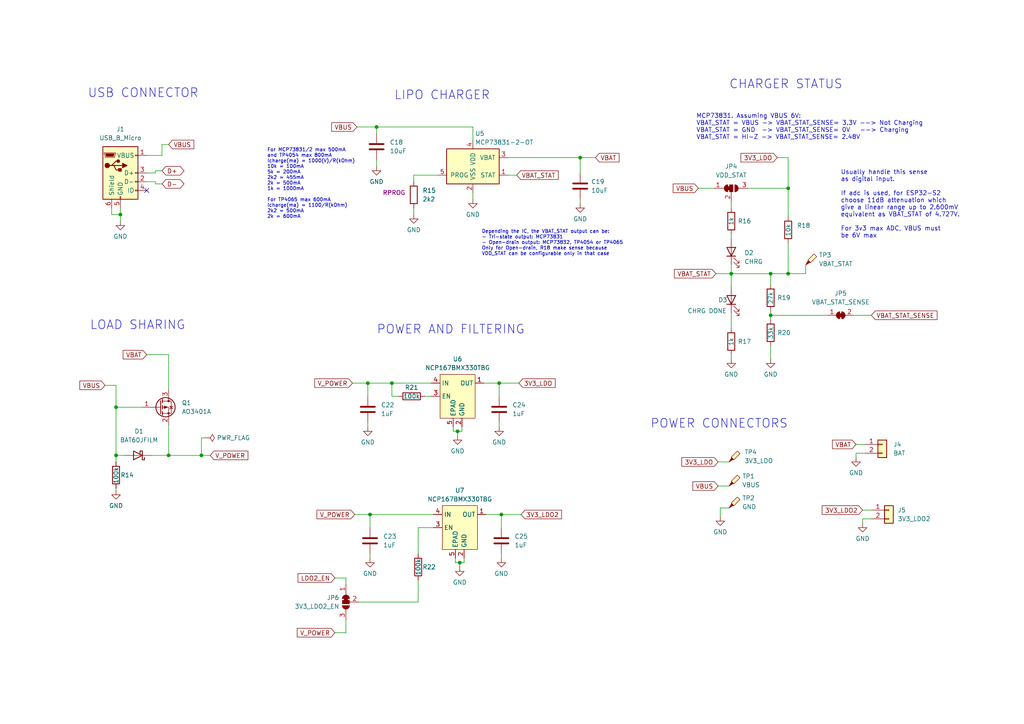
<source format=kicad_sch>
(kicad_sch (version 20211123) (generator eeschema)
  (paper "A4")
  (title_block (title "IoT-PostBox") (date "28.05.2022") (rev "v1.1") (comment 1 "https://github.com/paclema/iot-postbox") (comment 2 "IoT-PostBox board based on ESP32-S2"))
  (lib_symbols
    (symbol "Battery_Management:MCP73831-2-OT" (pin_names (offset 1.016))
      (property "Reference" "U" (at -7.62 6.35 0))
      (property "Value" "MCP73831-2-OT" (at 1.27 6.35 0))
      (symbol "MCP73831-2-OT_0_1"
        (rectangle (start -7.62 5.08) (end 7.62 -5.08) (stroke (width 0.254)) (fill (type background)))
      )
      (symbol "MCP73831-2-OT_1_1"
        (pin output line (at 10.16 -2.54 180) (length 2.54) (name "STAT") (number "1"))
        (pin power_in line (at 0 -7.62 90) (length 2.54) (name "VSS") (number "2"))
        (pin power_out line (at 10.16 2.54 180) (length 2.54) (name "VBAT") (number "3"))
        (pin power_in line (at 0 7.62 270) (length 2.54) (name "VDD") (number "4"))
        (pin input line (at -10.16 -2.54 0) (length 2.54) (name "PROG") (number "5"))
      )
    )
    (symbol "Connector:TestPoint_Probe" (pin_numbers hide) (pin_names (offset 0.762) hide)
      (property "Reference" "TP" (at 1.651 5.842 0))
      (property "Value" "TestPoint_Probe" (at 1.651 4.064 0))
      (symbol "TestPoint_Probe_0_1"
        (polyline (pts (xy 1.27 0.762) (xy 0 0) (xy 0.762 1.27) (xy 1.27 0.762)) (fill (type outline)))
        (polyline (pts (xy 1.397 0.635) (xy 0.635 1.397) (xy 2.413 3.175) (xy 3.175 2.413) (xy 1.397 0.635)) (fill (type background)))
      )
      (symbol "TestPoint_Probe_1_1"
        (pin passive line (at 0 0 90) (length 0) (name "1") (number "1"))
      )
    )
    (symbol "Connector:USB_B_Micro" (pin_names (offset 1.016))
      (property "Reference" "J" (at -5.08 11.43 0))
      (property "Value" "USB_B_Micro" (at -5.08 8.89 0))
      (symbol "USB_B_Micro_0_1"
        (rectangle (start -5.08 -7.62) (end 5.08 7.62) (stroke (width 0.254)) (fill (type background)))
        (circle (center -3.81 2.159) (radius 0.635) (stroke (width 0.254)) (fill (type outline)))
        (circle (center -0.635 3.429) (radius 0.381) (stroke (width 0.254)) (fill (type outline)))
        (rectangle (start -0.127 -7.62) (end 0.127 -6.858))
        (polyline (pts (xy -1.905 2.159) (xy 0.635 2.159)) (stroke (width 0.254)))
        (polyline (pts (xy -3.175 2.159) (xy -2.54 2.159) (xy -1.27 3.429) (xy -0.635 3.429)) (stroke (width 0.254)))
        (polyline (pts (xy -2.54 2.159) (xy -1.905 2.159) (xy -1.27 0.889) (xy 0 0.889)) (stroke (width 0.254)))
        (polyline (pts (xy 0.635 2.794) (xy 0.635 1.524) (xy 1.905 2.159) (xy 0.635 2.794)) (stroke (width 0.254)) (fill (type outline)))
        (polyline (pts (xy -4.318 5.588) (xy -1.778 5.588) (xy -2.032 4.826) (xy -4.064 4.826) (xy -4.318 5.588)) (fill (type outline)))
        (polyline (pts (xy -4.699 5.842) (xy -4.699 5.588) (xy -4.445 4.826) (xy -4.445 4.572) (xy -1.651 4.572) (xy -1.651 4.826) (xy -1.397 5.588) (xy -1.397 5.842) (xy -4.699 5.842)))
        (rectangle (start 0.254 1.27) (end -0.508 0.508) (stroke (width 0.254)) (fill (type outline)))
        (rectangle (start 5.08 -5.207) (end 4.318 -4.953))
        (rectangle (start 5.08 -2.667) (end 4.318 -2.413))
        (rectangle (start 5.08 -0.127) (end 4.318 0.127))
        (rectangle (start 5.08 4.953) (end 4.318 5.207))
      )
      (symbol "USB_B_Micro_1_1"
        (pin power_out line (at 7.62 5.08 180) (length 2.54) (name "VBUS") (number "1"))
        (pin bidirectional line (at 7.62 -2.54 180) (length 2.54) (name "D-") (number "2"))
        (pin bidirectional line (at 7.62 0 180) (length 2.54) (name "D+") (number "3"))
        (pin passive line (at 7.62 -5.08 180) (length 2.54) (name "ID") (number "4"))
        (pin power_out line (at 0 -10.16 90) (length 2.54) (name "GND") (number "5"))
        (pin passive line (at -2.54 -10.16 90) (length 2.54) (name "Shield") (number "6"))
      )
    )
    (symbol "Connector_Generic:Conn_01x02" (pin_names (offset 1.016) hide)
      (property "Reference" "J" (at 0 2.54 0))
      (property "Value" "Conn_01x02" (at 0 -5.08 0))
      (symbol "Conn_01x02_1_1"
        (rectangle (start -1.27 -2.413) (end 0 -2.667) (stroke (width 0.1524)))
        (rectangle (start -1.27 0.127) (end 0 -0.127) (stroke (width 0.1524)))
        (rectangle (start -1.27 1.27) (end 1.27 -3.81) (stroke (width 0.254)) (fill (type background)))
        (pin passive line (at -5.08 0 0) (length 3.81) (name "Pin_1") (number "1"))
        (pin passive line (at -5.08 -2.54 0) (length 3.81) (name "Pin_2") (number "2"))
      )
    )
    (symbol "Device:C" (pin_numbers hide) (pin_names (offset 0.254))
      (property "Reference" "C" (at 0.635 2.54 0))
      (property "Value" "C" (at 0.635 -2.54 0))
      (symbol "C_0_1"
        (polyline (pts (xy -2.032 -0.762) (xy 2.032 -0.762)) (stroke (width 0.508)))
        (polyline (pts (xy -2.032 0.762) (xy 2.032 0.762)) (stroke (width 0.508)))
      )
      (symbol "C_1_1"
        (pin passive line (at 0 3.81 270) (length 2.794) (name "~") (number "1"))
        (pin passive line (at 0 -3.81 90) (length 2.794) (name "~") (number "2"))
      )
    )
    (symbol "Device:LED" (pin_numbers hide) (pin_names (offset 1.016) hide)
      (property "Reference" "D" (at 0 2.54 0))
      (property "Value" "LED" (at 0 -2.54 0))
      (symbol "LED_0_1"
        (polyline (pts (xy -1.27 -1.27) (xy -1.27 1.27)) (stroke (width 0.254)))
        (polyline (pts (xy -1.27 0) (xy 1.27 0)))
        (polyline (pts (xy 1.27 -1.27) (xy 1.27 1.27) (xy -1.27 0) (xy 1.27 -1.27)) (stroke (width 0.254)))
        (polyline (pts (xy -3.048 -0.762) (xy -4.572 -2.286) (xy -3.81 -2.286) (xy -4.572 -2.286) (xy -4.572 -1.524)))
        (polyline (pts (xy -1.778 -0.762) (xy -3.302 -2.286) (xy -2.54 -2.286) (xy -3.302 -2.286) (xy -3.302 -1.524)))
      )
      (symbol "LED_1_1"
        (pin passive line (at -3.81 0 0) (length 2.54) (name "K") (number "1"))
        (pin passive line (at 3.81 0 180) (length 2.54) (name "A") (number "2"))
      )
    )
    (symbol "Device:R" (pin_numbers hide) (pin_names (offset 0))
      (property "Reference" "R" (at 2.032 0 90))
      (property "Value" "R" (at 0 0 90))
      (symbol "R_0_1"
        (rectangle (start -1.016 -2.54) (end 1.016 2.54) (stroke (width 0.254)))
      )
      (symbol "R_1_1"
        (pin passive line (at 0 3.81 270) (length 1.27) (name "~") (number "1"))
        (pin passive line (at 0 -3.81 90) (length 1.27) (name "~") (number "2"))
      )
    )
    (symbol "Diode:BAT60A" (pin_numbers hide) (pin_names (offset 1.016) hide)
      (property "Reference" "D" (at 0 2.54 0))
      (property "Value" "BAT60A" (at 0 -2.54 0))
      (symbol "BAT60A_0_1"
        (polyline (pts (xy 1.27 0) (xy -1.27 0)))
        (polyline (pts (xy 1.27 1.27) (xy 1.27 -1.27) (xy -1.27 0) (xy 1.27 1.27)) (stroke (width 0.254)))
        (polyline (pts (xy -1.905 0.635) (xy -1.905 1.27) (xy -1.27 1.27) (xy -1.27 -1.27) (xy -0.635 -1.27) (xy -0.635 -0.635)) (stroke (width 0.254)))
      )
      (symbol "BAT60A_1_1"
        (pin passive line (at -3.81 0 0) (length 2.54) (name "K") (number "1"))
        (pin passive line (at 3.81 0 180) (length 2.54) (name "A") (number "2"))
      )
    )
    (symbol "Jumper:SolderJumper_2_Bridged" (pin_names (offset 0) hide)
      (property "Reference" "JP" (at 0 2.032 0))
      (property "Value" "SolderJumper_2_Bridged" (at 0 -2.54 0))
      (symbol "SolderJumper_2_Bridged_0_1"
        (rectangle (start -0.508 0.508) (end 0.508 -0.508) (fill (type outline)))
        (arc (start -0.254 1.016) (mid -1.27 0) (end -0.254 -1.016))
        (arc (start -0.254 1.016) (mid -1.27 0) (end -0.254 -1.016) (fill (type outline)))
        (polyline (pts (xy -0.254 1.016) (xy -0.254 -1.016)))
        (polyline (pts (xy 0.254 1.016) (xy 0.254 -1.016)))
        (arc (start 0.254 -1.016) (mid 1.27 0) (end 0.254 1.016))
        (arc (start 0.254 -1.016) (mid 1.27 0) (end 0.254 1.016) (fill (type outline)))
      )
      (symbol "SolderJumper_2_Bridged_1_1"
        (pin passive line (at -3.81 0 0) (length 2.54) (name "A") (number "1"))
        (pin passive line (at 3.81 0 180) (length 2.54) (name "B") (number "2"))
      )
    )
    (symbol "Jumper:SolderJumper_3_Bridged12" (pin_names (offset 0) hide)
      (property "Reference" "JP" (at -2.54 -2.54 0))
      (property "Value" "SolderJumper_3_Bridged12" (at 0 2.794 0))
      (symbol "SolderJumper_3_Bridged12_0_1"
        (rectangle (start -1.016 0.508) (end -0.508 -0.508) (fill (type outline)))
        (arc (start -1.016 1.016) (mid -2.032 0) (end -1.016 -1.016))
        (arc (start -1.016 1.016) (mid -2.032 0) (end -1.016 -1.016) (fill (type outline)))
        (rectangle (start -0.508 1.016) (end 0.508 -1.016) (fill (type outline)))
        (polyline (pts (xy -2.54 0) (xy -2.032 0)))
        (polyline (pts (xy -1.016 1.016) (xy -1.016 -1.016)))
        (polyline (pts (xy 0 -1.27) (xy 0 -1.016)))
        (polyline (pts (xy 1.016 1.016) (xy 1.016 -1.016)))
        (polyline (pts (xy 2.54 0) (xy 2.032 0)))
        (arc (start 1.016 -1.016) (mid 2.032 0) (end 1.016 1.016))
        (arc (start 1.016 -1.016) (mid 2.032 0) (end 1.016 1.016) (fill (type outline)))
      )
      (symbol "SolderJumper_3_Bridged12_1_1"
        (pin passive line (at -5.08 0 0) (length 2.54) (name "A") (number "1"))
        (pin passive line (at 0 -3.81 90) (length 2.54) (name "C") (number "2"))
        (pin passive line (at 5.08 0 180) (length 2.54) (name "B") (number "3"))
      )
    )
    (symbol "NCP167BMX330TBG_1"
      (property "Reference" "U" (at 0 19.05 0))
      (property "Value" "NCP167BMX330TBG_1" (at 0 16.51 0))
      (symbol "NCP167BMX330TBG_1_0_1"
        (rectangle (start -7.62 16.51) (end -7.62 16.51))
        (rectangle (start -5.08 15.24) (end 5.08 2.54) (fill (type background)))
      )
      (symbol "NCP167BMX330TBG_1_1_1"
        (pin power_out line (at 7.62 12.7 180) (length 2.54) (name "OUT") (number "1"))
        (pin power_in line (at 1.27 0 90) (length 2.54) (name "GND") (number "2"))
        (pin input line (at -7.62 8.89 0) (length 2.54) (name "EN") (number "3"))
        (pin power_in line (at -7.62 12.7 0) (length 2.54) (name "IN") (number "4"))
        (pin passive line (at -1.27 0 90) (length 2.54) (name "EPAD") (number "5"))
      )
    )
    (symbol "Transistor_FET:AO3401A" (pin_names hide)
      (property "Reference" "Q" (at 5.08 1.905 0))
      (property "Value" "AO3401A" (at 5.08 0 0))
      (symbol "AO3401A_0_1"
        (polyline (pts (xy 0.254 0) (xy -2.54 0)))
        (polyline (pts (xy 0.254 1.905) (xy 0.254 -1.905)) (stroke (width 0.254)))
        (polyline (pts (xy 0.762 -1.27) (xy 0.762 -2.286)) (stroke (width 0.254)))
        (polyline (pts (xy 0.762 0.508) (xy 0.762 -0.508)) (stroke (width 0.254)))
        (polyline (pts (xy 0.762 2.286) (xy 0.762 1.27)) (stroke (width 0.254)))
        (polyline (pts (xy 2.54 2.54) (xy 2.54 1.778)))
        (polyline (pts (xy 2.54 -2.54) (xy 2.54 0) (xy 0.762 0)))
        (polyline (pts (xy 0.762 1.778) (xy 3.302 1.778) (xy 3.302 -1.778) (xy 0.762 -1.778)))
        (polyline (pts (xy 2.286 0) (xy 1.27 0.381) (xy 1.27 -0.381) (xy 2.286 0)) (fill (type outline)))
        (polyline (pts (xy 2.794 -0.508) (xy 2.921 -0.381) (xy 3.683 -0.381) (xy 3.81 -0.254)))
        (polyline (pts (xy 3.302 -0.381) (xy 2.921 0.254) (xy 3.683 0.254) (xy 3.302 -0.381)))
        (circle (center 1.651 0) (radius 2.794) (stroke (width 0.254)))
        (circle (center 2.54 -1.778) (radius 0.254) (fill (type outline)))
        (circle (center 2.54 1.778) (radius 0.254) (fill (type outline)))
      )
      (symbol "AO3401A_1_1"
        (pin input line (at -5.08 0 0) (length 2.54) (name "G") (number "1"))
        (pin passive line (at 2.54 -5.08 90) (length 2.54) (name "S") (number "2"))
        (pin passive line (at 2.54 5.08 270) (length 2.54) (name "D") (number "3"))
      )
    )
    (symbol "iot-postbox:NCP167BMX330TBG"
      (property "Reference" "U" (at 0 19.05 0))
      (property "Value" "NCP167BMX330TBG" (at 0 16.51 0))
      (symbol "NCP167BMX330TBG_0_1"
        (rectangle (start -7.62 16.51) (end -7.62 16.51))
        (rectangle (start -5.08 15.24) (end 5.08 2.54) (fill (type background)))
      )
      (symbol "NCP167BMX330TBG_1_1"
        (pin power_out line (at 7.62 12.7 180) (length 2.54) (name "OUT") (number "1"))
        (pin power_in line (at 1.27 0 90) (length 2.54) (name "GND") (number "2"))
        (pin input line (at -7.62 8.89 0) (length 2.54) (name "EN") (number "3"))
        (pin power_in line (at -7.62 12.7 0) (length 2.54) (name "IN") (number "4"))
        (pin passive line (at -1.27 0 90) (length 2.54) (name "EPAD") (number "5"))
      )
    )
    (symbol "power:GND" (power) (pin_names (offset 0))
      (property "Value" "GND" (at 0 -3.81 0))
      (symbol "GND_0_1"
        (polyline (pts (xy 0 0) (xy 0 -1.27) (xy 1.27 -1.27) (xy 0 -2.54) (xy -1.27 -1.27) (xy 0 -1.27)))
      )
      (symbol "GND_1_1"
        (pin power_in line (at 0 0 270) (length 0) hide (name "GND") (number "1"))
      )
    )
    (symbol "power:PWR_FLAG" (power) (pin_numbers hide) (pin_names (offset 0) hide)
      (property "Value" "PWR_FLAG" (at 0 3.81 0))
      (symbol "PWR_FLAG_0_0"
        (pin power_out line (at 0 0 90) (length 0) (name "pwr") (number "1"))
      )
      (symbol "PWR_FLAG_0_1"
        (polyline (pts (xy 0 0) (xy 0 1.27) (xy -1.016 1.905) (xy 0 2.54) (xy 1.016 1.905) (xy 0 1.27)))
      )
    )
  )
  (junction (at 144.78 111.125))
  (junction (at 228.6 54.61))
  (junction (at 109.22 36.83))
  (junction (at 168.275 45.72))
  (junction (at 212.09 79.375))
  (junction (at 145.415 149.225))
  (junction (at 33.655 118.11))
  (junction (at 107.315 149.225))
  (junction (at 106.68 111.125))
  (junction (at 132.715 125.095))
  (junction (at 33.655 132.08))
  (junction (at 113.665 111.125))
  (junction (at 223.52 79.375))
  (junction (at 48.895 132.08))
  (junction (at 223.52 91.44))
  (junction (at 58.42 132.08))
  (junction (at 34.925 62.23))
  (junction (at 228.6 79.375))
  (junction (at 133.35 163.195))
  (no_connect (at 42.545 55.245))
  (wire (pts (xy 42.545 52.705) (xy 45.085 52.705)))
  (wire (pts (xy 233.68 76.835) (xy 233.68 79.375)))
  (wire (pts (xy 225.425 45.72) (xy 228.6 45.72)))
  (wire (pts (xy 228.6 45.72) (xy 228.6 54.61)))
  (wire (pts (xy 144.78 111.125) (xy 150.495 111.125)))
  (wire (pts (xy 212.09 76.835) (xy 212.09 79.375)))
  (wire (pts (xy 113.665 114.935) (xy 113.665 111.125)))
  (wire (pts (xy 32.385 62.23) (xy 34.925 62.23)))
  (wire (pts (xy 100.33 183.515) (xy 97.155 183.515)))
  (wire (pts (xy 46.99 49.53) (xy 45.085 49.53)))
  (wire (pts (xy 58.42 127) (xy 58.42 132.08)))
  (wire (pts (xy 30.48 111.76) (xy 33.655 111.76)))
  (wire (pts (xy 134.62 161.925) (xy 134.62 163.195)))
  (wire (pts (xy 120.015 60.325) (xy 120.015 62.23)))
  (wire (pts (xy 59.69 127) (xy 58.42 127)))
  (wire (pts (xy 48.895 132.08) (xy 58.42 132.08)))
  (wire (pts (xy 121.285 153.035) (xy 121.285 160.655)))
  (wire (pts (xy 41.275 118.11) (xy 33.655 118.11)))
  (wire (pts (xy 48.895 123.19) (xy 48.895 132.08)))
  (wire (pts (xy 48.895 132.08) (xy 43.815 132.08)))
  (wire (pts (xy 137.16 40.64) (xy 137.16 36.83)))
  (wire (pts (xy 36.195 132.08) (xy 33.655 132.08)))
  (wire (pts (xy 223.52 100.33) (xy 223.52 104.14)))
  (wire (pts (xy 147.32 45.72) (xy 168.275 45.72)))
  (wire (pts (xy 211.455 147.32) (xy 208.915 147.32)))
  (wire (pts (xy 45.085 53.34) (xy 46.99 53.34)))
  (wire (pts (xy 46.99 45.085) (xy 42.545 45.085)))
  (wire (pts (xy 233.68 79.375) (xy 228.6 79.375)))
  (wire (pts (xy 145.415 160.655) (xy 145.415 161.925)))
  (wire (pts (xy 145.415 149.225) (xy 145.415 153.035)))
  (wire (pts (xy 132.08 161.925) (xy 132.08 163.195)))
  (wire (pts (xy 247.65 91.44) (xy 252.73 91.44)))
  (wire (pts (xy 120.015 50.8) (xy 127 50.8)))
  (wire (pts (xy 144.78 122.555) (xy 144.78 123.825)))
  (wire (pts (xy 132.715 125.095) (xy 132.715 126.365)))
  (wire (pts (xy 46.99 45.085) (xy 46.99 41.91)))
  (wire (pts (xy 120.015 52.705) (xy 120.015 50.8)))
  (wire (pts (xy 140.335 111.125) (xy 144.78 111.125)))
  (wire (pts (xy 212.09 79.375) (xy 212.09 83.185)))
  (wire (pts (xy 102.87 149.225) (xy 107.315 149.225)))
  (wire (pts (xy 123.19 114.935) (xy 125.095 114.935)))
  (wire (pts (xy 115.57 114.935) (xy 113.665 114.935)))
  (wire (pts (xy 107.315 149.225) (xy 107.315 153.035)))
  (wire (pts (xy 107.315 160.655) (xy 107.315 161.925)))
  (wire (pts (xy 208.28 140.97) (xy 211.455 140.97)))
  (wire (pts (xy 208.28 133.985) (xy 211.455 133.985)))
  (wire (pts (xy 133.985 125.095) (xy 132.715 125.095)))
  (wire (pts (xy 131.445 123.825) (xy 131.445 125.095)))
  (wire (pts (xy 202.565 54.61) (xy 207.01 54.61)))
  (wire (pts (xy 33.655 132.08) (xy 33.655 133.985)))
  (wire (pts (xy 33.655 141.605) (xy 33.655 142.24)))
  (wire (pts (xy 250.19 150.495) (xy 250.19 151.765)))
  (wire (pts (xy 168.275 45.72) (xy 172.72 45.72)))
  (wire (pts (xy 45.085 52.705) (xy 45.085 53.34)))
  (wire (pts (xy 212.09 102.87) (xy 212.09 104.14)))
  (wire (pts (xy 132.08 163.195) (xy 133.35 163.195)))
  (wire (pts (xy 212.09 58.42) (xy 212.09 60.325)))
  (wire (pts (xy 46.99 41.91) (xy 48.895 41.91)))
  (wire (pts (xy 133.985 123.825) (xy 133.985 125.095)))
  (wire (pts (xy 207.645 79.375) (xy 212.09 79.375)))
  (wire (pts (xy 168.275 50.165) (xy 168.275 45.72)))
  (wire (pts (xy 121.285 153.035) (xy 125.73 153.035)))
  (wire (pts (xy 34.925 60.325) (xy 34.925 62.23)))
  (wire (pts (xy 104.14 174.625) (xy 121.285 174.625)))
  (wire (pts (xy 168.275 57.785) (xy 168.275 59.055)))
  (wire (pts (xy 134.62 163.195) (xy 133.35 163.195)))
  (wire (pts (xy 212.09 67.945) (xy 212.09 69.215)))
  (wire (pts (xy 248.285 128.905) (xy 250.825 128.905)))
  (wire (pts (xy 223.52 91.44) (xy 240.03 91.44)))
  (wire (pts (xy 100.33 179.705) (xy 100.33 183.515)))
  (wire (pts (xy 58.42 132.08) (xy 60.96 132.08)))
  (wire (pts (xy 113.665 111.125) (xy 125.095 111.125)))
  (wire (pts (xy 248.285 131.445) (xy 248.285 132.715)))
  (wire (pts (xy 228.6 54.61) (xy 228.6 62.865)))
  (wire (pts (xy 223.52 79.375) (xy 228.6 79.375)))
  (wire (pts (xy 109.22 46.355) (xy 109.22 48.26)))
  (wire (pts (xy 106.68 122.555) (xy 106.68 123.825)))
  (wire (pts (xy 107.315 149.225) (xy 125.73 149.225)))
  (wire (pts (xy 121.285 174.625) (xy 121.285 168.275)))
  (wire (pts (xy 140.97 149.225) (xy 145.415 149.225)))
  (wire (pts (xy 144.78 111.125) (xy 144.78 114.935)))
  (wire (pts (xy 147.32 50.8) (xy 149.86 50.8)))
  (wire (pts (xy 33.655 118.11) (xy 33.655 132.08)))
  (wire (pts (xy 228.6 70.485) (xy 228.6 79.375)))
  (wire (pts (xy 133.35 163.195) (xy 133.35 164.465)))
  (wire (pts (xy 102.235 111.125) (xy 106.68 111.125)))
  (wire (pts (xy 250.19 150.495) (xy 252.73 150.495)))
  (wire (pts (xy 48.895 102.87) (xy 48.895 113.03)))
  (wire (pts (xy 212.09 79.375) (xy 223.52 79.375)))
  (wire (pts (xy 131.445 125.095) (xy 132.715 125.095)))
  (wire (pts (xy 45.085 50.165) (xy 42.545 50.165)))
  (wire (pts (xy 45.085 49.53) (xy 45.085 50.165)))
  (wire (pts (xy 137.16 55.88) (xy 137.16 57.785)))
  (wire (pts (xy 223.52 79.375) (xy 223.52 82.55)))
  (wire (pts (xy 208.915 147.32) (xy 208.915 149.86)))
  (wire (pts (xy 106.68 111.125) (xy 113.665 111.125)))
  (wire (pts (xy 106.68 111.125) (xy 106.68 114.935)))
  (wire (pts (xy 109.22 36.83) (xy 109.22 38.735)))
  (wire (pts (xy 212.09 90.805) (xy 212.09 95.25)))
  (wire (pts (xy 33.655 111.76) (xy 33.655 118.11)))
  (wire (pts (xy 223.52 90.17) (xy 223.52 91.44)))
  (wire (pts (xy 248.285 131.445) (xy 250.825 131.445)))
  (wire (pts (xy 42.545 102.87) (xy 48.895 102.87)))
  (wire (pts (xy 34.925 62.23) (xy 34.925 64.135)))
  (wire (pts (xy 250.19 147.955) (xy 252.73 147.955)))
  (wire (pts (xy 32.385 60.325) (xy 32.385 62.23)))
  (wire (pts (xy 137.16 36.83) (xy 109.22 36.83)))
  (wire (pts (xy 97.155 167.64) (xy 100.33 167.64)))
  (wire (pts (xy 145.415 149.225) (xy 151.13 149.225)))
  (wire (pts (xy 103.505 36.83) (xy 109.22 36.83)))
  (wire (pts (xy 217.17 54.61) (xy 228.6 54.61)))
  (wire (pts (xy 100.33 167.64) (xy 100.33 169.545)))
  (wire (pts (xy 223.52 91.44) (xy 223.52 92.71)))
  (text "LOAD SHARING" (at 26.035 95.885 0) (effects (font (size 2.54 2.54)) (justify left bottom)))
  (text "POWER CONNECTORS" (at 188.595 124.46 0) (effects (font (size 2.54 2.54)) (justify left bottom)))
  (text "Usually handle this sense \nas digital input.\n\nIf adc is used, for ESP32-S2 \nchoose 11dB attenuation which \ngive a linear range up to 2.600mV\nequivalent as VBAT_STAT of 4.727V.\n\nFor 3v3 max ADC, VBUS must\nbe 6V max " (at 243.84 69.215 0) (effects (font (size 1.27 1.27)) (justify left bottom)))
  (text "For MCP73831/2 max 500mA \nand TP4054 max 800mA\nIcharge(ma) = 1000(V)/R(kOhm)\n10k = 100mA\n5k = 200mA\n2k2 = 455mA\n2k = 500mA\n1k = 1000mA\n\nFor TP4065 max 600mA\nIcharge(ma) = 1100/R(kOhm)\n2k2 = 500mA\n2k = 600mA" (at 77.47 63.5 0) (effects (font (size 1 1)) (justify left bottom)))
  (text "POWER AND FILTERING" (at 109.22 97.155 0) (effects (font (size 2.54 2.54)) (justify left bottom)))
  (text "CHARGER STATUS" (at 211.455 26.035 0) (effects (font (size 2.54 2.54)) (justify left bottom)))
  (text "Depending the IC, the VBAT_STAT output can be:\n- Tri-state output: MCP73831\n- Open-drain output: MCP73832, TP4054 or TP4065\nOnly for Open-drain, R18 make sense because \nVDD_STAT can be configurable only in that case" (at 139.7 74.295 0) (effects (font (size 1 1)) (justify left bottom)))
  (text "LIPO CHARGER" (at 114.3 29.21 0) (effects (font (size 2.54 2.54)) (justify left bottom)))
  (text "MCP73831. Assuming VBUS 6V:\nVBAT_STAT = VBUS -> VBAT_STAT_SENSE= 3.3V --> Not Charging\nVBAT_STAT = GND  -> VBAT_STAT_SENSE= 0V   --> Charging\nVBAT_STAT = HI-Z -> VBAT_STAT_SENSE= 2.48V" (at 201.93 40.64 0) (effects (font (size 1.27 1.27)) (justify left bottom)))
  (text "USB CONNECTOR" (at 25.4 28.575 0) (effects (font (size 2.54 2.54)) (justify left bottom)))
  (global_label "VBAT_STAT" (shape input) (at 207.645 79.375 180) (property "Intersheet References" "${INTERSHEET_REFS}" (effects hide)))
  (global_label "VBAT" (shape input) (at 248.285 128.905 180) (property "Intersheet References" "${INTERSHEET_REFS}" (effects hide)))
  (global_label "VBAT" (shape input) (at 42.545 102.87 180) (property "Intersheet References" "${INTERSHEET_REFS}" (effects hide)))
  (global_label "LDO2_EN" (shape input) (at 97.155 167.64 180) (property "Intersheet References" "${INTERSHEET_REFS}" (effects hide)))
  (global_label "V_POWER" (shape input) (at 97.155 183.515 180) (property "Intersheet References" "${INTERSHEET_REFS}" (effects hide)))
  (global_label "V_POWER" (shape input) (at 60.96 132.08 0) (property "Intersheet References" "${INTERSHEET_REFS}" (effects hide)))
  (global_label "3V3_LDO" (shape input) (at 150.495 111.125 0) (property "Intersheet References" "${INTERSHEET_REFS}" (effects hide)))
  (global_label "3V3_LDO2" (shape input) (at 151.13 149.225 0) (property "Intersheet References" "${INTERSHEET_REFS}" (effects hide)))
  (global_label "D-" (shape bidirectional) (at 46.99 53.34 0) (property "Intersheet References" "${INTERSHEET_REFS}" (effects hide)))
  (global_label "VBUS" (shape input) (at 48.895 41.91 0) (property "Intersheet References" "${INTERSHEET_REFS}" (effects hide)))
  (global_label "VBUS" (shape input) (at 30.48 111.76 180) (property "Intersheet References" "${INTERSHEET_REFS}" (effects hide)))
  (global_label "VBUS" (shape input) (at 202.565 54.61 180) (property "Intersheet References" "${INTERSHEET_REFS}" (effects hide)))
  (global_label "3V3_LDO" (shape input) (at 208.28 133.985 180) (property "Intersheet References" "${INTERSHEET_REFS}" (effects hide)))
  (global_label "D+" (shape bidirectional) (at 46.99 49.53 0) (property "Intersheet References" "${INTERSHEET_REFS}" (effects hide)))
  (global_label "VBUS" (shape input) (at 208.28 140.97 180) (property "Intersheet References" "${INTERSHEET_REFS}" (effects hide)))
  (global_label "V_POWER" (shape input) (at 102.235 111.125 180) (property "Intersheet References" "${INTERSHEET_REFS}" (effects hide)))
  (global_label "VBAT_STAT_SENSE" (shape input) (at 252.73 91.44 0) (property "Intersheet References" "${INTERSHEET_REFS}" (effects hide)))
  (global_label "VBAT" (shape input) (at 172.72 45.72 0) (property "Intersheet References" "${INTERSHEET_REFS}" (effects hide)))
  (global_label "VBUS" (shape input) (at 103.505 36.83 180) (property "Intersheet References" "${INTERSHEET_REFS}" (effects hide)))
  (global_label "3V3_LDO2" (shape input) (at 250.19 147.955 180) (property "Intersheet References" "${INTERSHEET_REFS}" (effects hide)))
  (global_label "VBAT_STAT" (shape input) (at 149.86 50.8 0) (property "Intersheet References" "${INTERSHEET_REFS}" (effects hide)))
  (global_label "V_POWER" (shape input) (at 102.87 149.225 180) (property "Intersheet References" "${INTERSHEET_REFS}" (effects hide)))
  (global_label "3V3_LDO" (shape input) (at 225.425 45.72 180) (property "Intersheet References" "${INTERSHEET_REFS}" (effects hide)))
  (symbol (lib_id "power:GND") (at 133.35 164.465 0) (unit 1)
    (property "Reference" "#PWR047" (effects hide))
    (property "Value" "GND" (at 133.35 168.91 0))
  )
  (symbol (lib_id "Connector_Generic:Conn_01x02") (at 257.81 147.955 0) (unit 1)
    (property "Reference" "J5" (at 260.35 147.9549 0) (effects (justify left)))
    (property "Value" "3V3_LDO2" (at 260.35 150.4949 0) (effects (justify left)))
    (property "Footprint" "Connector_PinHeader_2.54mm:PinHeader_1x02_P2.54mm_Vertical" (effects hide))
  )
  (symbol (lib_id "power:GND") (at 137.16 57.785 0) (unit 1)
    (property "Reference" "#PWR038" (effects hide))
    (property "Value" "GND" (at 137.16 62.23 0))
  )
  (symbol (lib_id "power:GND") (at 250.19 151.765 0) (unit 1)
    (property "Reference" "#PWR0101" (effects hide))
    (property "Value" "GND" (at 250.19 156.21 0))
  )
  (symbol (lib_id "power:GND") (at 34.925 64.135 0) (unit 1)
    (property "Reference" "#PWR020" (effects hide))
    (property "Value" "GND" (at 34.925 68.58 0))
  )
  (symbol (lib_id "Device:R") (at 223.52 86.36 0) (unit 1)
    (property "Reference" "R19" (at 225.425 86.36 0) (effects (justify left)))
    (property "Value" "27k" (at 223.52 88.265 90) (effects (justify left)))
    (property "Footprint" "Resistor_SMD:R_0805_2012Metric" (effects hide))
    (property "Mouser" "RC0805FR-1327KL" (effects hide))
  )
  (symbol (lib_id "Device:LED") (at 212.09 73.025 90) (unit 1)
    (property "Reference" "D2" (at 215.9 73.3424 90) (effects (justify right)))
    (property "Value" "CHRG" (at 215.9 75.8824 90) (effects (justify right)))
    (property "Footprint" "LED_SMD:LED_0805_2012Metric" (effects hide))
  )
  (symbol (lib_id "Device:R") (at 121.285 164.465 180) (unit 1)
    (property "Reference" "R22" (at 124.46 164.465 0))
    (property "Value" "100k" (at 121.285 164.465 90))
    (property "Footprint" "Resistor_SMD:R_0603_1608Metric" (effects hide))
    (property "Mouser" "RK73B1JTTD104J" (effects hide))
  )
  (symbol (lib_id "power:GND") (at 132.715 126.365 0) (unit 1)
    (property "Reference" "#PWR046" (effects hide))
    (property "Value" "GND" (at 132.715 130.81 0))
  )
  (symbol (lib_id "Jumper:SolderJumper_2_Bridged") (at 243.84 91.44 0) (unit 1)
    (property "Reference" "JP5" (at 243.84 85.09 0))
    (property "Value" "VBAT_STAT_SENSE" (at 243.84 87.63 0))
    (property "Footprint" "Jumper:SolderJumper-2_P1.3mm_Bridged_RoundedPad1.0x1.5mm" (effects hide))
    (property "Mouser" "-" (effects hide))
  )
  (symbol (lib_id "Device:R") (at 228.6 66.675 0) (unit 1)
    (property "Reference" "R18" (at 231.14 65.4049 0) (effects (justify left)))
    (property "Value" "10k" (at 228.6 68.58 90) (effects (justify left)))
    (property "Footprint" "Resistor_SMD:R_0805_2012Metric" (effects hide))
    (property "Mouser" "AC0805JR-0710KL" (effects hide))
  )
  (symbol (lib_id "Connector:USB_B_Micro") (at 34.925 50.165 0) (unit 1)
    (property "Reference" "J1" (at 34.925 37.465 0))
    (property "Value" "USB_B_Micro" (at 34.925 40.005 0))
    (property "Footprint" "Connector_USB:USB_Micro-B_Amphenol_10118194_Horizontal" (effects hide))
  )
  (symbol (lib_id "Jumper:SolderJumper_3_Bridged12") (at 212.09 54.61 0) (unit 1)
    (property "Reference" "JP4" (at 212.09 48.26 0))
    (property "Value" "VDD_STAT" (at 212.09 50.8 0))
    (property "Footprint" "Jumper:SolderJumper-3_P1.3mm_Bridged12_RoundedPad1.0x1.5mm_NumberLabels" (effects hide))
    (property "Mouser" "-" (effects hide))
  )
  (symbol (lib_id "Transistor_FET:AO3401A") (at 46.355 118.11 0) (unit 1)
    (property "Reference" "Q1" (at 52.705 116.8399 0) (effects (justify left)))
    (property "Value" "AO3401A" (at 52.705 119.3799 0) (effects (justify left)))
    (property "Footprint" "Package_TO_SOT_SMD:SOT-23" (effects hide))
    (property "Datasheet" "http://www.aosmd.com/pdfs/datasheet/AO3401A.pdf" (effects hide))
    (property "LCSC" "C2836398" (effects hide))
  )
  (symbol (lib_id "power:GND") (at 33.655 142.24 0) (unit 1)
    (property "Reference" "#PWR035" (effects hide))
    (property "Value" "GND" (at 33.655 146.685 0))
  )
  (symbol (lib_id "Device:C") (at 168.275 53.975 0) (unit 1)
    (property "Reference" "C19" (at 171.45 52.7049 0) (effects (justify left)))
    (property "Value" "10uF" (at 171.45 55.2449 0) (effects (justify left)))
    (property "Footprint" "Capacitor_SMD:C_1206_3216Metric" (effects hide))
    (property "Mouser" "CL31A106KAHNNNF" (effects hide))
  )
  (symbol (lib_name "NCP167BMX330TBG_1") (lib_id "iot-postbox:NCP167BMX330TBG") (at 132.715 123.825 0) (unit 1)
    (property "Reference" "U6" (at 132.715 104.14 0))
    (property "Value" "NCP167BMX330TBG" (at 132.715 106.68 0))
    (property "Footprint" "iot-postbox:NCP167BMX330TBG_XDFN4" (effects hide))
    (property "Datasheet" "https://www.onsemi.com/pdf/datasheet/ncp167-d.pdf" (effects hide))
    (property "Mouser" "NCP167BMX330TBG" (effects hide))
    (property "LCSC" "C892227" (effects hide))
  )
  (symbol (lib_id "Device:R") (at 212.09 99.06 0) (unit 1)
    (property "Reference" "R17" (at 213.995 99.06 0) (effects (justify left)))
    (property "Value" "1k" (at 212.09 100.33 90) (effects (justify left)))
    (property "Footprint" "Resistor_SMD:R_0805_2012Metric" (effects hide))
    (property "Mouser" "AC0805FR-071KL" (effects hide))
  )
  (symbol (lib_id "power:GND") (at 107.315 161.925 0) (unit 1)
    (property "Reference" "#PWR045" (effects hide))
    (property "Value" "GND" (at 107.315 166.37 0))
  )
  (symbol (lib_id "Device:LED") (at 212.09 86.995 90) (unit 1)
    (property "Reference" "D3" (at 208.28 86.995 90) (effects (justify right)))
    (property "Value" "CHRG DONE" (at 199.39 90.17 90) (effects (justify right)))
    (property "Footprint" "LED_SMD:LED_0805_2012Metric" (effects hide))
  )
  (symbol (lib_id "power:GND") (at 144.78 123.825 0) (unit 1)
    (property "Reference" "#PWR048" (effects hide))
    (property "Value" "GND" (at 144.78 128.27 0))
  )
  (symbol (lib_id "power:GND") (at 223.52 104.14 0) (unit 1)
    (property "Reference" "#PWR043" (effects hide))
    (property "Value" "GND" (at 223.52 108.585 0))
  )
  (symbol (lib_id "Device:C") (at 109.22 42.545 0) (unit 1)
    (property "Reference" "C18" (at 113.03 41.2749 0) (effects (justify left)))
    (property "Value" "10uF" (at 113.03 43.8149 0) (effects (justify left)))
    (property "Footprint" "Capacitor_SMD:C_1206_3216Metric" (effects hide))
    (property "Mouser" "CL31A106KAHNNNF" (effects hide))
  )
  (symbol (lib_id "power:GND") (at 212.09 104.14 0) (unit 1)
    (property "Reference" "#PWR042" (effects hide))
    (property "Value" "GND" (at 212.09 108.585 0))
  )
  (symbol (lib_id "power:GND") (at 208.915 149.86 0) (unit 1)
    (property "Reference" "#PWR0102" (effects hide))
    (property "Value" "GND" (at 208.915 154.305 0))
  )
  (symbol (lib_id "Jumper:SolderJumper_3_Bridged12") (at 100.33 174.625 90) (mirror x) (unit 1)
    (property "Reference" "JP6" (at 98.425 173.3549 90) (effects (justify left)))
    (property "Value" "3V3_LDO2_EN" (at 98.425 175.8949 90) (effects (justify left)))
    (property "Footprint" "Jumper:SolderJumper-3_P1.3mm_Bridged12_RoundedPad1.0x1.5mm_NumberLabels" (effects hide))
    (property "Mouser" "-" (effects hide))
  )
  (symbol (lib_id "Connector:TestPoint_Probe") (at 211.455 133.985 0) (unit 1)
    (property "Reference" "TP4" (at 215.9 131.1274 0) (effects (justify left)))
    (property "Value" "3V3_LDO" (at 215.9 133.6674 0) (effects (justify left)))
    (property "Footprint" "TestPoint:TestPoint_Pad_D2.0mm" (effects hide))
  )
  (symbol (lib_id "Connector_Generic:Conn_01x02") (at 255.905 128.905 0) (unit 1)
    (property "Reference" "J4" (at 259.08 128.9049 0) (effects (justify left)))
    (property "Value" "BAT" (at 259.08 131.4449 0) (effects (justify left)))
    (property "Footprint" "Connector_PinHeader_2.54mm:PinHeader_1x02_P2.54mm_Vertical" (effects hide))
  )
  (symbol (lib_id "power:GND") (at 109.22 48.26 0) (unit 1)
    (property "Reference" "#PWR036" (effects hide))
    (property "Value" "GND" (at 109.22 52.705 0))
  )
  (symbol (lib_id "Device:R") (at 212.09 64.135 0) (unit 1)
    (property "Reference" "R16" (at 213.995 64.135 0) (effects (justify left)))
    (property "Value" "1k" (at 212.09 65.405 90) (effects (justify left)))
    (property "Footprint" "Resistor_SMD:R_0805_2012Metric" (effects hide))
    (property "Mouser" "AC0805FR-071KL" (effects hide))
  )
  (symbol (lib_id "Device:R") (at 119.38 114.935 90) (unit 1)
    (property "Reference" "R21" (at 119.38 112.395 90))
    (property "Value" "100k" (at 119.38 114.935 90))
    (property "Footprint" "Resistor_SMD:R_0603_1608Metric" (effects hide))
    (property "Mouser" "RK73B1JTTD104J" (effects hide))
  )
  (symbol (lib_id "Device:C") (at 144.78 118.745 0) (unit 1)
    (property "Reference" "C24" (at 148.59 117.4749 0) (effects (justify left)))
    (property "Value" "1uF" (at 148.59 120.0149 0) (effects (justify left)))
    (property "Footprint" "Capacitor_SMD:C_0603_1608Metric" (effects hide))
    (property "Mouser" "CL10A105KA8NNNC" (effects hide))
  )
  (symbol (lib_id "Device:R") (at 223.52 96.52 0) (unit 1)
    (property "Reference" "R20" (at 225.425 96.52 0) (effects (justify left)))
    (property "Value" "33k" (at 223.52 98.425 90) (effects (justify left)))
    (property "Footprint" "Resistor_SMD:R_0805_2012Metric" (effects hide))
    (property "Mouser" "RC0805FR-0733KL" (effects hide))
  )
  (symbol (lib_id "Device:R") (at 120.015 56.515 0) (unit 1)
    (property "Reference" "R15" (at 122.555 55.2449 0) (effects (justify left)))
    (property "Value" "2k2" (at 122.555 57.7849 0) (effects (justify left)))
    (property "Footprint" "Resistor_SMD:R_0805_2012Metric" (effects hide))
    (property "RPROG" "RPROG" (at 114.3 55.88 0))
    (property "Mouser" "CR0805-JW-222ELF" (effects hide))
  )
  (symbol (lib_id "Connector:TestPoint_Probe") (at 211.455 147.32 0) (unit 1)
    (property "Reference" "TP2" (at 215.265 144.4624 0) (effects (justify left)))
    (property "Value" "GND" (at 215.265 147.0024 0) (effects (justify left)))
    (property "Footprint" "TestPoint:TestPoint_Pad_D2.5mm" (effects hide))
  )
  (symbol (lib_id "Diode:BAT60A") (at 40.005 132.08 180) (unit 1)
    (property "Reference" "D1" (at 40.3225 125.095 0))
    (property "Value" "BAT60JFILM" (at 40.3225 127.635 0))
    (property "Footprint" "Diode_SMD:D_SOD-323" (effects hide))
    (property "Datasheet" "https://www.infineon.com/dgdl/Infineon-BAT60ASERIES-DS-v01_01-en.pdf?fileId=db3a304313d846880113def70c9304a9" (effects hide))
    (property "LCSC" "C133103" (effects hide))
  )
  (symbol (lib_id "Device:C") (at 107.315 156.845 0) (unit 1)
    (property "Reference" "C23" (at 111.125 155.5749 0) (effects (justify left)))
    (property "Value" "1uF" (at 111.125 158.1149 0) (effects (justify left)))
    (property "Footprint" "Capacitor_SMD:C_0603_1608Metric" (effects hide))
    (property "Mouser" "CL10A105KA8NNNC" (effects hide))
  )
  (symbol (lib_id "power:GND") (at 248.285 132.715 0) (unit 1)
    (property "Reference" "#PWR052" (effects hide))
    (property "Value" "GND" (at 248.285 137.16 0))
  )
  (symbol (lib_id "power:GND") (at 106.68 123.825 0) (unit 1)
    (property "Reference" "#PWR044" (effects hide))
    (property "Value" "GND" (at 106.68 128.27 0))
  )
  (symbol (lib_id "power:PWR_FLAG") (at 59.69 127 270) (mirror x) (unit 1)
    (property "Reference" "#FLG0102" (effects hide))
    (property "Value" "PWR_FLAG" (at 62.865 126.9999 90) (effects (justify left)))
  )
  (symbol (lib_id "power:GND") (at 120.015 62.23 0) (unit 1)
    (property "Reference" "#PWR037" (effects hide))
    (property "Value" "GND" (at 120.015 66.675 0))
  )
  (symbol (lib_id "Connector:TestPoint_Probe") (at 211.455 140.97 0) (unit 1)
    (property "Reference" "TP1" (at 215.265 138.1124 0) (effects (justify left)))
    (property "Value" "VBUS" (at 215.265 140.6524 0) (effects (justify left)))
    (property "Footprint" "TestPoint:TestPoint_Pad_D2.5mm" (effects hide))
  )
  (symbol (lib_id "Connector:TestPoint_Probe") (at 233.68 76.835 0) (unit 1)
    (property "Reference" "TP3" (at 237.49 73.9774 0) (effects (justify left)))
    (property "Value" "VBAT_STAT" (at 237.49 76.5174 0) (effects (justify left)))
    (property "Footprint" "TestPoint:TestPoint_Pad_D2.0mm" (effects hide))
  )
  (symbol (lib_id "power:GND") (at 168.275 59.055 0) (unit 1)
    (property "Reference" "#PWR039" (effects hide))
    (property "Value" "GND" (at 168.275 63.5 0))
  )
  (symbol (lib_id "iot-postbox:NCP167BMX330TBG") (at 133.35 161.925 0) (unit 1)
    (property "Reference" "U7" (at 133.35 142.24 0))
    (property "Value" "NCP167BMX330TBG" (at 133.35 144.78 0))
    (property "Footprint" "iot-postbox:NCP167BMX330TBG_XDFN4" (effects hide))
    (property "Datasheet" "https://www.onsemi.com/pdf/datasheet/ncp167-d.pdf" (effects hide))
    (property "Mouser" "NCP167BMX330TBG" (effects hide))
    (property "LCSC" "C892227" (effects hide))
  )
  (symbol (lib_id "Device:C") (at 106.68 118.745 0) (unit 1)
    (property "Reference" "C22" (at 110.49 117.4749 0) (effects (justify left)))
    (property "Value" "1uF" (at 110.49 120.0149 0) (effects (justify left)))
    (property "Footprint" "Capacitor_SMD:C_0603_1608Metric" (effects hide))
    (property "Mouser" "CL10A105KA8NNNC" (effects hide))
  )
  (symbol (lib_id "Device:R") (at 33.655 137.795 0) (unit 1)
    (property "Reference" "R14" (at 34.925 137.795 0) (effects (justify left)))
    (property "Value" "100k" (at 33.655 140.335 90) (effects (justify left)))
    (property "Footprint" "Resistor_SMD:R_0805_2012Metric" (effects hide))
    (property "Mouser" "RC0805FR-07100KL" (effects hide))
  )
  (symbol (lib_id "power:GND") (at 145.415 161.925 0) (unit 1)
    (property "Reference" "#PWR049" (effects hide))
    (property "Value" "GND" (at 145.415 166.37 0))
  )
  (symbol (lib_id "Device:C") (at 145.415 156.845 0) (unit 1)
    (property "Reference" "C25" (at 149.225 155.5749 0) (effects (justify left)))
    (property "Value" "1uF" (at 149.225 158.1149 0) (effects (justify left)))
    (property "Footprint" "Capacitor_SMD:C_0603_1608Metric" (effects hide))
    (property "Mouser" "CL10A105KA8NNNC" (effects hide))
  )
  (symbol (lib_id "Battery_Management:MCP73831-2-OT") (at 137.16 48.26 0) (unit 1)
    (property "Reference" "U5" (at 137.795 38.735 0) (effects (justify left)))
    (property "Value" "MCP73831-2-OT" (at 137.795 41.275 0) (effects (justify left)))
    (property "Footprint" "Package_TO_SOT_SMD:SOT-23-5" (effects hide))
    (property "Datasheet" "http://ww1.microchip.com/downloads/en/DeviceDoc/20001984g.pdf" (effects hide))
    (property "Mouser" "MCP73831T-2ACI/OT" (effects hide))
    (property "LCSC" "C113540 or C32574 and C668215" (effects hide))
  )
)
</source>
